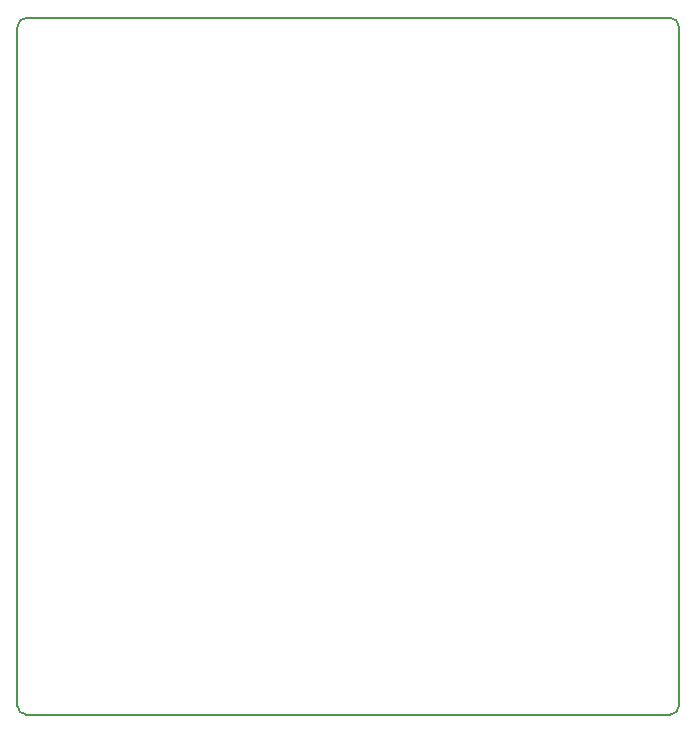
<source format=gbr>
G04 #@! TF.FileFunction,Profile,NP*
%FSLAX46Y46*%
G04 Gerber Fmt 4.6, Leading zero omitted, Abs format (unit mm)*
G04 Created by KiCad (PCBNEW 4.0.7-e2-6376~58~ubuntu16.04.1) date Mon Jan 15 14:59:09 2018*
%MOMM*%
%LPD*%
G01*
G04 APERTURE LIST*
%ADD10C,0.100000*%
%ADD11C,0.150000*%
G04 APERTURE END LIST*
D10*
D11*
X126500000Y-88250000D02*
G75*
G03X127250000Y-89000000I750000J0D01*
G01*
X181750000Y-89000000D02*
G75*
G03X182500000Y-88250000I0J750000D01*
G01*
X182500000Y-30750000D02*
G75*
G03X181750000Y-30000000I-750000J0D01*
G01*
X127250000Y-30000000D02*
G75*
G03X126500000Y-30750000I0J-750000D01*
G01*
X181750000Y-89000000D02*
X127250000Y-89000000D01*
X182500000Y-30750000D02*
X182500000Y-88250000D01*
X127250000Y-30000000D02*
X181750000Y-30000000D01*
X126500000Y-88250000D02*
X126500000Y-30750000D01*
M02*

</source>
